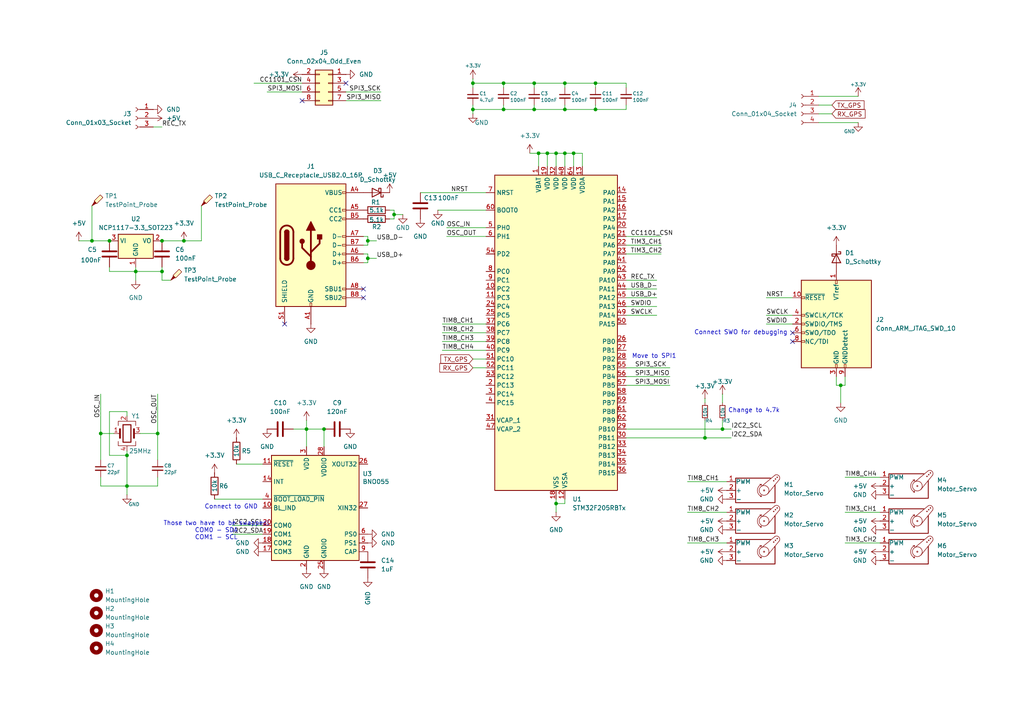
<source format=kicad_sch>
(kicad_sch (version 20250114) (generator "eeschema") (generator_version "9.0")
  (paper "A4")
  (text "Those two have to be swapped!\nCOM0 - SDA\nCOM1 - SCL" (at 62.738 153.924 0) (effects (font (size 1.27 1.27))))
  (text "Change to 4.7k" (at 218.694 119.126 0) (effects (font (size 1.27 1.27))))
  (text "Connect to GND" (at 67.056 147.066 0) (effects (font (size 1.27 1.27))))
  (text "Connect SWO for debugging" (at 214.884 96.52 0) (effects (font (size 1.27 1.27))))
  (text "Move to SPI1" (at 189.738 103.378 0) (effects (font (size 1.27 1.27))))
  (junction (at 53.34 69.85))
  (junction (at 137.16 24.13))
  (junction (at 156.21 44.45))
  (junction (at 161.29 146.05))
  (junction (at 243.84 111.76))
  (junction (at 161.29 44.45))
  (junction (at 46.99 78.74))
  (junction (at 172.72 31.75))
  (junction (at 172.72 24.13))
  (junction (at 36.83 140.97))
  (junction (at 163.83 31.75))
  (junction (at 93.98 124.46))
  (junction (at 114.3 62.23))
  (junction (at 166.37 44.45))
  (junction (at 106.68 69.85))
  (junction (at 163.83 24.13))
  (junction (at 146.05 24.13))
  (junction (at 39.37 78.74))
  (junction (at 154.94 24.13))
  (junction (at 29.21 125.73))
  (junction (at 158.75 44.45))
  (junction (at 46.99 69.85))
  (junction (at 45.72 125.73))
  (junction (at 163.83 44.45))
  (junction (at 204.47 127))
  (junction (at 26.67 69.85))
  (junction (at 137.16 31.75))
  (junction (at 106.68 74.93))
  (junction (at 31.75 69.85))
  (junction (at 154.94 31.75))
  (junction (at 88.9 124.46))
  (junction (at 146.05 31.75))
  (junction (at 209.55 124.46))
  (junction (at 36.83 132.08))
  (no_connect (at 87.63 29.21))
  (no_connect (at 82.55 93.98))
  (no_connect (at 100.33 24.13))
  (no_connect (at 229.87 99.06))
  (no_connect (at 105.41 83.82))
  (no_connect (at 105.41 86.36))
  (no_connect (at 229.87 96.52))
  (wire (pts (xy 67.31 152.4) (xy 76.2 152.4)))
  (wire (pts (xy 88.9 121.92) (xy 88.9 124.46)))
  (wire (pts (xy 204.47 116.84) (xy 204.47 115.57)))
  (wire (pts (xy 106.68 69.85) (xy 109.22 69.85)))
  (wire (pts (xy 129.54 68.58) (xy 140.97 68.58)))
  (wire (pts (xy 110.49 29.21) (xy 100.33 29.21)))
  (wire (pts (xy 45.72 125.73) (xy 40.64 125.73)))
  (wire (pts (xy 181.61 88.9) (xy 190.5 88.9)))
  (wire (pts (xy 242.57 111.76) (xy 242.57 109.22)))
  (wire (pts (xy 113.03 60.96) (xy 114.3 60.96)))
  (wire (pts (xy 105.41 68.58) (xy 106.68 68.58)))
  (wire (pts (xy 163.83 25.4) (xy 163.83 24.13)))
  (wire (pts (xy 199.39 139.7) (xy 210.82 139.7)))
  (wire (pts (xy 114.3 62.23) (xy 116.84 62.23)))
  (wire (pts (xy 172.72 24.13) (xy 163.83 24.13)))
  (wire (pts (xy 129.54 66.04) (xy 140.97 66.04)))
  (wire (pts (xy 106.68 68.58) (xy 106.68 69.85)))
  (wire (pts (xy 128.27 93.98) (xy 140.97 93.98)))
  (wire (pts (xy 113.03 63.5) (xy 114.3 63.5)))
  (wire (pts (xy 31.75 119.38) (xy 31.75 132.08)))
  (wire (pts (xy 172.72 25.4) (xy 172.72 24.13)))
  (wire (pts (xy 158.75 44.45) (xy 156.21 44.45)))
  (wire (pts (xy 36.83 132.08) (xy 36.83 140.97)))
  (wire (pts (xy 29.21 125.73) (xy 29.21 133.35)))
  (wire (pts (xy 245.11 148.59) (xy 255.27 148.59)))
  (wire (pts (xy 67.31 154.94) (xy 76.2 154.94)))
  (wire (pts (xy 245.11 109.22) (xy 245.11 111.76)))
  (wire (pts (xy 222.25 91.44) (xy 229.87 91.44)))
  (wire (pts (xy 181.61 83.82) (xy 190.5 83.82)))
  (wire (pts (xy 212.09 127) (xy 204.47 127)))
  (wire (pts (xy 128.27 96.52) (xy 140.97 96.52)))
  (wire (pts (xy 161.29 146.05) (xy 161.29 148.59)))
  (wire (pts (xy 161.29 144.78) (xy 161.29 146.05)))
  (wire (pts (xy 161.29 44.45) (xy 158.75 44.45)))
  (wire (pts (xy 245.11 111.76) (xy 243.84 111.76)))
  (wire (pts (xy 137.16 30.48) (xy 137.16 31.75)))
  (wire (pts (xy 212.09 124.46) (xy 209.55 124.46)))
  (wire (pts (xy 181.61 68.58) (xy 191.77 68.58)))
  (wire (pts (xy 85.09 124.46) (xy 88.9 124.46)))
  (wire (pts (xy 137.16 104.14) (xy 140.97 104.14)))
  (wire (pts (xy 245.11 157.48) (xy 255.27 157.48)))
  (wire (pts (xy 163.83 44.45) (xy 161.29 44.45)))
  (wire (pts (xy 172.72 30.48) (xy 172.72 31.75)))
  (wire (pts (xy 29.21 125.73) (xy 33.02 125.73)))
  (wire (pts (xy 181.61 106.68) (xy 194.31 106.68)))
  (wire (pts (xy 154.94 31.75) (xy 146.05 31.75)))
  (wire (pts (xy 181.61 91.44) (xy 190.5 91.44)))
  (wire (pts (xy 106.68 74.93) (xy 109.22 74.93)))
  (wire (pts (xy 163.83 30.48) (xy 163.83 31.75)))
  (wire (pts (xy 243.84 111.76) (xy 242.57 111.76)))
  (wire (pts (xy 181.61 86.36) (xy 190.5 86.36)))
  (wire (pts (xy 163.83 146.05) (xy 161.29 146.05)))
  (wire (pts (xy 168.91 44.45) (xy 166.37 44.45)))
  (wire (pts (xy 68.58 134.62) (xy 76.2 134.62)))
  (wire (pts (xy 222.25 93.98) (xy 229.87 93.98)))
  (wire (pts (xy 46.99 81.28) (xy 49.53 81.28)))
  (wire (pts (xy 127 60.96) (xy 140.97 60.96)))
  (wire (pts (xy 146.05 31.75) (xy 137.16 31.75)))
  (wire (pts (xy 237.49 33.02) (xy 241.3 33.02)))
  (wire (pts (xy 62.23 144.78) (xy 76.2 144.78)))
  (wire (pts (xy 45.72 140.97) (xy 45.72 138.43)))
  (wire (pts (xy 58.42 69.85) (xy 53.34 69.85)))
  (wire (pts (xy 110.49 26.67) (xy 100.33 26.67)))
  (wire (pts (xy 39.37 78.74) (xy 46.99 78.74)))
  (wire (pts (xy 58.42 59.69) (xy 58.42 69.85)))
  (wire (pts (xy 181.61 124.46) (xy 209.55 124.46)))
  (wire (pts (xy 161.29 44.45) (xy 161.29 48.26)))
  (wire (pts (xy 87.63 26.67) (xy 77.47 26.67)))
  (wire (pts (xy 106.68 74.93) (xy 106.68 76.2)))
  (wire (pts (xy 26.67 69.85) (xy 31.75 69.85)))
  (wire (pts (xy 181.61 111.76) (xy 194.31 111.76)))
  (wire (pts (xy 31.75 77.47) (xy 31.75 78.74)))
  (wire (pts (xy 26.67 59.69) (xy 26.67 69.85)))
  (wire (pts (xy 88.9 124.46) (xy 88.9 129.54)))
  (wire (pts (xy 163.83 144.78) (xy 163.83 146.05)))
  (wire (pts (xy 87.63 24.13) (xy 73.66 24.13)))
  (wire (pts (xy 154.94 30.48) (xy 154.94 31.75)))
  (wire (pts (xy 31.75 132.08) (xy 36.83 132.08)))
  (wire (pts (xy 106.68 73.66) (xy 106.68 74.93)))
  (wire (pts (xy 163.83 24.13) (xy 154.94 24.13)))
  (wire (pts (xy 93.98 129.54) (xy 93.98 124.46)))
  (wire (pts (xy 36.83 140.97) (xy 45.72 140.97)))
  (wire (pts (xy 245.11 138.43) (xy 255.27 138.43)))
  (wire (pts (xy 181.61 31.75) (xy 172.72 31.75)))
  (wire (pts (xy 45.72 125.73) (xy 45.72 133.35)))
  (wire (pts (xy 114.3 60.96) (xy 114.3 62.23)))
  (wire (pts (xy 237.49 35.56) (xy 248.92 35.56)))
  (wire (pts (xy 166.37 44.45) (xy 166.37 48.26)))
  (wire (pts (xy 36.83 132.08) (xy 36.83 130.81)))
  (wire (pts (xy 172.72 31.75) (xy 163.83 31.75)))
  (wire (pts (xy 181.61 127) (xy 204.47 127)))
  (wire (pts (xy 237.49 30.48) (xy 241.3 30.48)))
  (wire (pts (xy 114.3 62.23) (xy 114.3 63.5)))
  (wire (pts (xy 137.16 106.68) (xy 140.97 106.68)))
  (wire (pts (xy 105.41 76.2) (xy 106.68 76.2)))
  (wire (pts (xy 31.75 78.74) (xy 39.37 78.74)))
  (wire (pts (xy 105.41 73.66) (xy 106.68 73.66)))
  (wire (pts (xy 146.05 25.4) (xy 146.05 24.13)))
  (wire (pts (xy 39.37 78.74) (xy 39.37 81.28)))
  (wire (pts (xy 181.61 73.66) (xy 191.77 73.66)))
  (wire (pts (xy 154.94 24.13) (xy 146.05 24.13)))
  (wire (pts (xy 181.61 81.28) (xy 190.5 81.28)))
  (wire (pts (xy 181.61 24.13) (xy 172.72 24.13)))
  (wire (pts (xy 137.16 24.13) (xy 137.16 25.4)))
  (wire (pts (xy 128.27 101.6) (xy 140.97 101.6)))
  (wire (pts (xy 156.21 44.45) (xy 156.21 48.26)))
  (wire (pts (xy 137.16 31.75) (xy 137.16 33.02)))
  (wire (pts (xy 181.61 71.12) (xy 191.77 71.12)))
  (wire (pts (xy 209.55 116.84) (xy 209.55 114.3)))
  (wire (pts (xy 154.94 25.4) (xy 154.94 24.13)))
  (wire (pts (xy 29.21 140.97) (xy 36.83 140.97)))
  (wire (pts (xy 166.37 44.45) (xy 163.83 44.45)))
  (wire (pts (xy 146.05 30.48) (xy 146.05 31.75)))
  (wire (pts (xy 44.45 36.83) (xy 46.99 36.83)))
  (wire (pts (xy 181.61 30.48) (xy 181.61 31.75)))
  (wire (pts (xy 243.84 111.76) (xy 243.84 116.84)))
  (wire (pts (xy 45.72 114.3) (xy 45.72 125.73)))
  (wire (pts (xy 153.67 44.45) (xy 156.21 44.45)))
  (wire (pts (xy 222.25 86.36) (xy 229.87 86.36)))
  (wire (pts (xy 137.16 22.86) (xy 137.16 24.13)))
  (wire (pts (xy 199.39 157.48) (xy 210.82 157.48)))
  (wire (pts (xy 158.75 44.45) (xy 158.75 48.26)))
  (wire (pts (xy 29.21 138.43) (xy 29.21 140.97)))
  (wire (pts (xy 46.99 69.85) (xy 53.34 69.85)))
  (wire (pts (xy 46.99 78.74) (xy 46.99 77.47)))
  (wire (pts (xy 121.92 55.88) (xy 140.97 55.88)))
  (wire (pts (xy 146.05 24.13) (xy 137.16 24.13)))
  (wire (pts (xy 46.99 78.74) (xy 46.99 81.28)))
  (wire (pts (xy 36.83 140.97) (xy 36.83 143.51)))
  (wire (pts (xy 181.61 109.22) (xy 194.31 109.22)))
  (wire (pts (xy 29.21 114.3) (xy 29.21 125.73)))
  (wire (pts (xy 204.47 121.92) (xy 204.47 127)))
  (wire (pts (xy 106.68 69.85) (xy 106.68 71.12)))
  (wire (pts (xy 36.83 119.38) (xy 31.75 119.38)))
  (wire (pts (xy 93.98 124.46) (xy 88.9 124.46)))
  (wire (pts (xy 39.37 78.74) (xy 39.37 77.47)))
  (wire (pts (xy 168.91 44.45) (xy 168.91 48.26)))
  (wire (pts (xy 209.55 121.92) (xy 209.55 124.46)))
  (wire (pts (xy 163.83 44.45) (xy 163.83 48.26)))
  (wire (pts (xy 128.27 99.06) (xy 140.97 99.06)))
  (wire (pts (xy 36.83 120.65) (xy 36.83 119.38)))
  (wire (pts (xy 181.61 25.4) (xy 181.61 24.13)))
  (wire (pts (xy 163.83 31.75) (xy 154.94 31.75)))
  (wire (pts (xy 106.68 71.12) (xy 105.41 71.12)))
  (wire (pts (xy 199.39 148.59) (xy 210.82 148.59)))
  (wire (pts (xy 237.49 27.94) (xy 248.92 27.94)))
  (wire (pts (xy 22.86 69.85) (xy 26.67 69.85)))
  (label "TIM8_CH4" (at 245.11 138.43 0))
  (label "CC1101_CSN" (at 87.63 24.13 180))
  (label "SWCLK" (at 222.25 91.44 0))
  (label "SPI3_MISO" (at 184.15 109.22 0))
  (label "OSC_IN" (at 29.21 114.3 270))
  (label "REC_TX" (at 182.88 81.28 0))
  (label "OSC_IN" (at 129.54 66.04 0))
  (label "TIM3_CH2" (at 182.88 73.66 0))
  (label "OSC_OUT" (at 129.54 68.58 0))
  (label "USB_D-" (at 182.88 83.82 0))
  (label "USB_D+" (at 182.88 86.36 0))
  (label "I2C2_SCL" (at 212.09 124.46 0))
  (label "USB_D-" (at 109.22 69.85 0))
  (label "SPI3_MOSI" (at 184.15 111.76 0))
  (label "I2C2_SCL" (at 67.31 152.4 0))
  (label "SWDIO" (at 222.25 93.98 0))
  (label "SPI3_MOSI" (at 87.63 26.67 180))
  (label "I2C2_SDA" (at 67.31 154.94 0))
  (label "TIM3_CH2" (at 245.11 157.48 0))
  (label "TIM8_CH1" (at 199.39 139.7 0))
  (label "SPI3_SCK" (at 110.49 26.67 180))
  (label "TIM3_CH1" (at 182.88 71.12 0))
  (label "SWCLK" (at 182.88 91.44 0))
  (label "SPI3_MISO" (at 110.49 29.21 180))
  (label "REC_TX" (at 46.99 36.83 0))
  (label "TIM8_CH3" (at 128.27 99.06 0))
  (label "TIM8_CH1" (at 128.27 93.98 0))
  (label "NRST" (at 130.81 55.88 0))
  (label "TIM8_CH4" (at 128.27 101.6 0))
  (label "TIM8_CH3" (at 199.39 157.48 0))
  (label "USB_D+" (at 109.22 74.93 0))
  (label "CC1101_CSN" (at 182.88 68.58 0))
  (label "TIM8_CH2" (at 199.39 148.59 0))
  (label "SPI3_SCK" (at 184.15 106.68 0))
  (label "NRST" (at 222.25 86.36 0))
  (label "TIM8_CH2" (at 128.27 96.52 0))
  (label "SWDIO" (at 182.88 88.9 0))
  (label "TIM3_CH1" (at 245.11 148.59 0))
  (label "I2C2_SDA" (at 212.09 127 0))
  (label "OSC_OUT" (at 45.72 114.3 270))
  (global_label "RX_GPS" (shape input) (at 137.16 106.68 180) (property "Intersheetrefs" "${INTERSHEET_REFS}" (effects (hide yes))))
  (global_label "RX_GPS" (shape input) (at 241.3 33.02 0) (property "Intersheetrefs" "${INTERSHEET_REFS}" (effects (hide yes))))
  (global_label "TX_GPS" (shape input) (at 241.3 30.48 0) (property "Intersheetrefs" "${INTERSHEET_REFS}" (effects (hide yes))))
  (global_label "TX_GPS" (shape input) (at 137.16 104.14 180) (property "Intersheetrefs" "${INTERSHEET_REFS}" (effects (hide yes))))
  (symbol (lib_id "Device:R_Small") (at 209.55 119.38 0) (unit 1)
    (property "Reference" "R3" (at 209.6454 122.0445 0) (effects (font (size 1 1)) (justify left)))
    (property "Value" "10k" (at 209.626 120.9557 90) (effects (font (size 1 1)) (justify left)))
    (property "Footprint" "Resistor_SMD:R_0805_2012Metric_Pad1.20x1.40mm_HandSolder" (effects (hide yes)))
  )
  (symbol (lib_id "power:GND") (at 100.33 21.59 90) (unit 1)
    (property "Reference" "#PWR042" (effects (hide yes)))
    (property "Value" "GND" (at 104.14 21.5899 90) (effects (justify right)))
    (property "Description" "Power symbol creates a global label with name \"GND\" , ground" (effects (hide yes)))
  )
  (symbol (lib_id "Device:C_Small") (at 137.16 27.94 0) (unit 1)
    (property "Reference" "C1" (at 139.0333 27.1237 0) (effects (font (size 1 1)) (justify left)))
    (property "Value" "4.7uF" (at 139.0333 29.0287 0) (effects (font (size 1 1)) (justify left)))
    (property "Footprint" "Capacitor_SMD:C_0805_2012Metric_Pad1.18x1.45mm_HandSolder" (effects (hide yes)))
  )
  (symbol (lib_id "Device:C_Small") (at 181.61 27.94 0) (unit 1)
    (property "Reference" "C12" (at 183.4833 27.1237 0) (effects (font (size 1 1)) (justify left)))
    (property "Value" "100nF" (at 183.4833 29.0287 0) (effects (font (size 1 1)) (justify left)))
    (property "Footprint" "Capacitor_SMD:C_0805_2012Metric_Pad1.18x1.45mm_HandSolder" (effects (hide yes)))
  )
  (symbol (lib_id "power:GND") (at 255.27 162.56 270) (mirror x) (unit 1)
    (property "Reference" "#PWR018" (effects (hide yes)))
    (property "Value" "GND" (at 251.46 162.5599 90) (effects (justify right)))
    (property "Description" "Power symbol creates a global label with name \"GND\" , ground" (effects (hide yes)))
  )
  (symbol (lib_id "Device:R") (at 109.22 60.96 270) (unit 1)
    (property "Reference" "R1" (at 108.966 58.674 90))
    (property "Value" "5.1k" (at 109.22 60.96 90))
    (property "Footprint" "Resistor_SMD:R_0805_2012Metric_Pad1.20x1.40mm_HandSolder" (effects (hide yes)))
    (property "Description" "Resistor" (effects (hide yes)))
  )
  (symbol (lib_id "Connector:Conn_01x04_Socket") (at 232.41 30.48 0) (mirror y) (unit 1)
    (property "Reference" "J4" (at 231.14 30.4799 0) (effects (justify left)))
    (property "Value" "Conn_01x04_Socket" (at 231.14 33.0199 0) (effects (justify left)))
    (property "Footprint" "Connector_PinSocket_2.54mm:PinSocket_1x04_P2.54mm_Vertical" (effects (hide yes)))
    (property "Description" "Generic connector, single row, 01x04, script generated" (effects (hide yes)))
  )
  (symbol (lib_id "power:GND") (at 106.68 167.64 0) (mirror y) (unit 1)
    (property "Reference" "#PWR046" (effects (hide yes)))
    (property "Value" "GND" (at 106.6801 171.45 90) (effects (justify right)))
    (property "Description" "Power symbol creates a global label with name \"GND\" , ground" (effects (hide yes)))
  )
  (symbol (lib_id "Device:C") (at 121.92 59.69 0) (unit 1)
    (property "Reference" "C13" (at 122.936 57.404 0) (effects (justify left)))
    (property "Value" "100nF" (at 127 57.404 0) (effects (justify left)))
    (property "Footprint" "Capacitor_SMD:C_0805_2012Metric_Pad1.18x1.45mm_HandSolder" (effects (hide yes)))
    (property "Description" "Unpolarized capacitor" (effects (hide yes)))
  )
  (symbol (lib_id "Device:R_Small") (at 204.47 119.38 0) (unit 1)
    (property "Reference" "R4" (at 204.5654 122.0445 0) (effects (font (size 1 1)) (justify left)))
    (property "Value" "10k" (at 204.546 120.9557 90) (effects (font (size 1 1)) (justify left)))
    (property "Footprint" "Resistor_SMD:R_0805_2012Metric_Pad1.20x1.40mm_HandSolder" (effects (hide yes)))
  )
  (symbol (lib_id "power:+5V") (at 22.86 69.85 0) (unit 1)
    (property "Reference" "#PWR024" (effects (hide yes)))
    (property "Value" "+5V" (at 22.86 64.77 0))
    (property "Description" "Power symbol creates a global label with name \"+5V\"" (effects (hide yes)))
  )
  (symbol (lib_id "Mechanical:MountingHole") (at 27.94 177.8 0) (unit 1) (exclude_from_sim yes) (in_bom no)
    (property "Reference" "H2" (at 30.48 176.5299 0) (effects (justify left)))
    (property "Value" "MountingHole" (at 30.48 179.0699 0) (effects (justify left)))
    (property "Footprint" "MountingHole:MountingHole_3.2mm_M3" (effects (hide yes)))
    (property "Description" "Mounting Hole without connection" (effects (hide yes)))
  )
  (symbol (lib_id "Connector:USB_C_Receptacle_USB2.0_16P") (at 90.17 71.12 0) (unit 1)
    (property "Reference" "J1" (at 90.17 48.26 0))
    (property "Value" "USB_C_Receptacle_USB2.0_16P" (at 90.17 50.8 0))
    (property "Footprint" "Connector_USB:USB_C_Receptacle_GCT_USB4085" (effects (hide yes)))
    (property "Datasheet" "https://www.usb.org/sites/default/files/documents/usb_type-c.zip" (effects (hide yes)))
    (property "Description" "USB 2.0-only 16P Type-C Receptacle connector" (effects (hide yes)))
  )
  (symbol (lib_id "Device:C") (at 81.28 124.46 90) (unit 1)
    (property "Reference" "C10" (at 81.28 116.84 90))
    (property "Value" "100nF" (at 81.28 119.38 90))
    (property "Footprint" "Capacitor_SMD:C_0805_2012Metric_Pad1.18x1.45mm_HandSolder" (effects (hide yes)))
    (property "Description" "Unpolarized capacitor" (effects (hide yes)))
  )
  (symbol (lib_id "power:GND") (at 44.45 31.75 90) (unit 1)
    (property "Reference" "#PWR028" (effects (hide yes)))
    (property "Value" "GND" (at 48.26 31.7499 90) (effects (justify right)))
    (property "Description" "Power symbol creates a global label with name \"GND\" , ground" (effects (hide yes)))
  )
  (symbol (lib_id "power:GND") (at 39.37 81.28 0) (unit 1)
    (property "Reference" "#PWR05" (effects (hide yes)))
    (property "Value" "GND" (at 39.37 86.36 0))
    (property "Description" "Power symbol creates a global label with name \"GND\" , ground" (effects (hide yes)))
  )
  (symbol (lib_id "Device:C") (at 46.99 73.66 0) (unit 1)
    (property "Reference" "C6" (at 50.8 72.3899 0) (effects (justify left)))
    (property "Value" "100nF" (at 50.8 74.9299 0) (effects (justify left)))
    (property "Footprint" "Capacitor_SMD:C_0805_2012Metric_Pad1.18x1.45mm_HandSolder" (effects (hide yes)))
    (property "Description" "Unpolarized capacitor" (effects (hide yes)))
  )
  (symbol (lib_id "power:GND") (at 93.98 165.1 0) (unit 1)
    (property "Reference" "#PWR031" (effects (hide yes)))
    (property "Value" "GND" (at 93.98 170.18 0))
    (property "Description" "Power symbol creates a global label with name \"GND\" , ground" (effects (hide yes)))
  )
  (symbol (lib_id "Device:D_Schottky") (at 109.22 55.88 180) (unit 1)
    (property "Reference" "D3" (at 109.5375 49.53 0))
    (property "Value" "D_Schottky" (at 109.5375 52.07 0))
    (property "Footprint" "Diode_SMD:D_SOD-323_HandSoldering" (effects (hide yes)))
    (property "Description" "Schottky diode" (effects (hide yes)))
  )
  (symbol (lib_id "Motor:Motor_Servo") (at 262.89 160.02 0) (unit 1)
    (property "Reference" "M6" (at 271.78 158.3165 0) (effects (justify left)))
    (property "Value" "Motor_Servo" (at 271.78 160.8565 0) (effects (justify left)))
    (property "Footprint" "Connector_PinHeader_2.54mm:PinHeader_1x03_P2.54mm_Vertical" (effects (hide yes)))
    (property "Datasheet" "http://forums.parallax.com/uploads/attachments/46831/74481.png" (effects (hide yes)))
    (property "Description" "Servo Motor (Futaba, HiTec, JR connector)" (effects (hide yes)))
  )
  (symbol (lib_id "power:GND") (at 76.2 160.02 270) (unit 1)
    (property "Reference" "#PWR035" (effects (hide yes)))
    (property "Value" "GND" (at 72.39 160.0199 90) (effects (justify right)))
    (property "Description" "Power symbol creates a global label with name \"GND\" , ground" (effects (hide yes)))
  )
  (symbol (lib_id "MCU_ST_STM32F2:STM32F205RBTx") (at 161.29 96.52 0) (unit 1)
    (property "Reference" "U1" (at 166.0241 144.78 0) (effects (justify left)))
    (property "Value" "STM32F205RBTx" (at 166.0241 147.32 0) (effects (justify left)))
    (property "Footprint" "Package_QFP:LQFP-64_10x10mm_P0.5mm" (effects (hide yes)))
    (property "Datasheet" "https://www.st.com/resource/en/datasheet/stm32f205rb.pdf" (effects (hide yes)))
    (property "Description" "STMicroelectronics Arm Cortex-M3 MCU, 128KB flash, 64KB RAM, 120 MHz, 1.8-3.6V, 51 GPIO, LQFP64" (effects (hide yes)))
  )
  (symbol (lib_id "Sensor_Motion:BNO055") (at 91.44 147.32 0) (unit 1)
    (property "Reference" "U3" (at 105.156 137.414 0) (effects (justify left)))
    (property "Value" "BNO055" (at 105.156 139.7 0) (effects (justify left)))
    (property "Footprint" "Package_LGA:LGA-28_5.2x3.8mm_P0.5mm" (effects (hide yes)))
    (property "Datasheet" "https://www.bosch-sensortec.com/media/boschsensortec/downloads/datasheets/bst-bno055-ds000.pdf" (effects (hide yes)))
    (property "Description" "Intelligent 9-axis absolute orientation sensor, LGA-28" (effects (hide yes)))
  )
  (symbol (lib_id "Connector:TestPoint_Probe") (at 49.53 81.28 0) (unit 1)
    (property "Reference" "TP3" (at 53.34 78.4224 0) (effects (justify left)))
    (property "Value" "TestPoint_Probe" (at 53.34 80.9624 0) (effects (justify left)))
    (property "Footprint" "TestPoint:TestPoint_THTPad_1.0x1.0mm_Drill0.5mm" (effects (hide yes)))
    (property "Description" "test point (alternative probe-style design)" (effects (hide yes)))
  )
  (symbol (lib_id "Mechanical:MountingHole") (at 27.94 187.96 0) (unit 1) (exclude_from_sim yes) (in_bom no)
    (property "Reference" "H4" (at 30.48 186.6899 0) (effects (justify left)))
    (property "Value" "MountingHole" (at 30.48 189.2299 0) (effects (justify left)))
    (property "Footprint" "MountingHole:MountingHole_3.2mm_M3" (effects (hide yes)))
    (property "Description" "Mounting Hole without connection" (effects (hide yes)))
  )
  (symbol (lib_id "power:GND") (at 101.6 124.46 0) (unit 1)
    (property "Reference" "#PWR032" (effects (hide yes)))
    (property "Value" "GND" (at 101.6 129.54 0))
    (property "Description" "Power symbol creates a global label with name \"GND\" , ground" (effects (hide yes)))
  )
  (symbol (lib_id "Motor:Motor_Servo") (at 262.89 140.97 0) (unit 1)
    (property "Reference" "M4" (at 271.78 139.2665 0) (effects (justify left)))
    (property "Value" "Motor_Servo" (at 271.78 141.8065 0) (effects (justify left)))
    (property "Footprint" "Connector_PinHeader_2.54mm:PinHeader_1x03_P2.54mm_Vertical" (effects (hide yes)))
    (property "Datasheet" "http://forums.parallax.com/uploads/attachments/46831/74481.png" (effects (hide yes)))
    (property "Description" "Servo Motor (Futaba, HiTec, JR connector)" (effects (hide yes)))
  )
  (symbol (lib_id "power:GND") (at 121.92 63.5 0) (unit 1)
    (property "Reference" "#PWR045" (effects (hide yes)))
    (property "Value" "GND" (at 121.92 68.58 0))
    (property "Description" "Power symbol creates a global label with name \"GND\" , ground" (effects (hide yes)))
  )
  (symbol (lib_id "Device:C_Small") (at 45.72 135.89 0) (unit 1)
    (property "Reference" "C8" (at 47.5933 135.0737 0) (effects (font (size 1 1)) (justify left)))
    (property "Value" "22pF" (at 47.5933 136.9787 0) (effects (font (size 1 1)) (justify left)))
    (property "Footprint" "Capacitor_SMD:C_0805_2012Metric_Pad1.18x1.45mm_HandSolder" (effects (hide yes)))
  )
  (symbol (lib_id "Device:C_Small") (at 172.72 27.94 0) (unit 1)
    (property "Reference" "C11" (at 174.5933 27.1237 0) (effects (font (size 1 1)) (justify left)))
    (property "Value" "100nF" (at 174.5933 29.0287 0) (effects (font (size 1 1)) (justify left)))
    (property "Footprint" "Capacitor_SMD:C_0805_2012Metric_Pad1.18x1.45mm_HandSolder" (effects (hide yes)))
  )
  (symbol (lib_id "Device:C_Small") (at 146.05 27.94 0) (unit 1)
    (property "Reference" "C2" (at 147.9233 27.1237 0) (effects (font (size 1 1)) (justify left)))
    (property "Value" "100nF" (at 147.9233 29.0287 0) (effects (font (size 1 1)) (justify left)))
    (property "Footprint" "Capacitor_SMD:C_0805_2012Metric_Pad1.18x1.45mm_HandSolder" (effects (hide yes)))
  )
  (symbol (lib_id "power:GND") (at 127 60.96 0) (unit 1)
    (property "Reference" "#PWR012" (effects (hide yes)))
    (property "Value" "GND" (at 127 64.77 0))
    (property "Description" "Power symbol creates a global label with name \"GND\" , ground" (effects (hide yes)))
  )
  (symbol (lib_id "power:GND") (at 36.83 143.51 0) (unit 1)
    (property "Reference" "#PWR010" (effects (hide yes)))
    (property "Value" "GND" (at 38.8754 146.2702 0) (effects (font (size 1 1))))
  )
  (symbol (lib_id "Device:R") (at 68.58 130.81 0) (unit 1)
    (property "Reference" "R5" (at 70.104 130.81 0) (effects (justify left)))
    (property "Value" "10k" (at 68.58 132.588 90) (effects (justify left)))
    (property "Footprint" "Resistor_SMD:R_0805_2012Metric_Pad1.20x1.40mm_HandSolder" (effects (hide yes)))
    (property "Description" "Resistor" (effects (hide yes)))
  )
  (symbol (lib_id "power:GND") (at 77.47 124.46 0) (unit 1)
    (property "Reference" "#PWR033" (effects (hide yes)))
    (property "Value" "GND" (at 77.47 129.54 0))
    (property "Description" "Power symbol creates a global label with name \"GND\" , ground" (effects (hide yes)))
  )
  (symbol (lib_id "Connector:TestPoint_Probe") (at 26.67 59.69 0) (unit 1)
    (property "Reference" "TP1" (at 30.48 56.8324 0) (effects (justify left)))
    (property "Value" "TestPoint_Probe" (at 30.48 59.3724 0) (effects (justify left)))
    (property "Footprint" "TestPoint:TestPoint_THTPad_1.0x1.0mm_Drill0.5mm" (effects (hide yes)))
    (property "Description" "test point (alternative probe-style design)" (effects (hide yes)))
  )
  (symbol (lib_id "power:GND") (at 243.84 116.84 0) (mirror y) (unit 1)
    (property "Reference" "#PWR07" (effects (hide yes)))
    (property "Value" "GND" (at 243.84 121.92 0))
    (property "Description" "Power symbol creates a global label with name \"GND\" , ground" (effects (hide yes)))
  )
  (symbol (lib_id "power:+3.3V") (at 209.55 114.3 0) (unit 1)
    (property "Reference" "#PWR025" (effects (hide yes)))
    (property "Value" "+3.3V" (at 209.4909 110.6965 0))
  )
  (symbol (lib_id "power:+3.3V") (at 53.34 69.85 0) (unit 1)
    (property "Reference" "#PWR06" (effects (hide yes)))
    (property "Value" "+3.3V" (at 53.34 64.77 0))
    (property "Description" "Power symbol creates a global label with name \"+3.3V\"" (effects (hide yes)))
  )
  (symbol (lib_id "Device:C_Small") (at 154.94 27.94 0) (unit 1)
    (property "Reference" "C3" (at 156.8133 27.1237 0) (effects (font (size 1 1)) (justify left)))
    (property "Value" "100nF" (at 156.8133 29.0287 0) (effects (font (size 1 1)) (justify left)))
    (property "Footprint" "Capacitor_SMD:C_0805_2012Metric_Pad1.18x1.45mm_HandSolder" (effects (hide yes)))
  )
  (symbol (lib_id "Motor:Motor_Servo") (at 218.44 151.13 0) (unit 1)
    (property "Reference" "M2" (at 227.33 149.4265 0) (effects (justify left)))
    (property "Value" "Motor_Servo" (at 227.33 151.9665 0) (effects (justify left)))
    (property "Footprint" "Connector_PinHeader_2.54mm:PinHeader_1x03_P2.54mm_Vertical" (effects (hide yes)))
    (property "Datasheet" "http://forums.parallax.com/uploads/attachments/46831/74481.png" (effects (hide yes)))
    (property "Description" "Servo Motor (Futaba, HiTec, JR connector)" (effects (hide yes)))
  )
  (symbol (lib_id "Connector_Generic:Conn_02x04_Odd_Even") (at 95.25 24.13 0) (mirror y) (unit 1)
    (property "Reference" "J5" (at 93.98 15.24 0))
    (property "Value" "Conn_02x04_Odd_Even" (at 93.98 17.78 0))
    (property "Footprint" "Connector_PinSocket_2.54mm:PinSocket_2x04_P2.54mm_Vertical" (effects (hide yes)))
    (property "Description" "Generic connector, double row, 02x04, odd/even pin numbering scheme (row 1 odd numbers, row 2 even numbers), script generated (kicad-library-utils/schlib/autogen/connector/)" (effects (hide yes)))
  )
  (symbol (lib_id "power:GND") (at 255.27 153.67 270) (mirror x) (unit 1)
    (property "Reference" "#PWR019" (effects (hide yes)))
    (property "Value" "GND" (at 251.46 153.6699 90) (effects (justify right)))
    (property "Description" "Power symbol creates a global label with name \"GND\" , ground" (effects (hide yes)))
  )
  (symbol (lib_id "power:+5V") (at 255.27 151.13 90) (unit 1)
    (property "Reference" "#PWR016" (effects (hide yes)))
    (property "Value" "+5V" (at 251.46 151.1299 90) (effects (justify left)))
    (property "Description" "Power symbol creates a global label with name \"+5V\"" (effects (hide yes)))
  )
  (symbol (lib_id "Regulator_Linear:NCP1117-3.3_SOT223") (at 39.37 69.85 0) (unit 1)
    (property "Reference" "U2" (at 39.37 63.5 0))
    (property "Value" "NCP1117-3.3_SOT223" (at 39.37 66.04 0))
    (property "Footprint" "Package_TO_SOT_SMD:SOT-223-3_TabPin2" (effects (hide yes)))
    (property "Datasheet" "http://www.onsemi.com/pub_link/Collateral/NCP1117-D.PDF" (effects (hide yes)))
    (property "Description" "1A Low drop-out regulator, Fixed Output 3.3V, SOT-223" (effects (hide yes)))
  )
  (symbol (lib_id "power:+5V") (at 44.45 34.29 270) (unit 1)
    (property "Reference" "#PWR027" (effects (hide yes)))
    (property "Value" "+5V" (at 48.26 34.2899 90) (effects (justify left)))
    (property "Description" "Power symbol creates a global label with name \"+5V\"" (effects (hide yes)))
  )
  (symbol (lib_id "power:+3.3V") (at 68.58 127 0) (unit 1)
    (property "Reference" "#PWR037" (effects (hide yes)))
    (property "Value" "+3.3V" (at 68.58 121.92 0))
    (property "Description" "Power symbol creates a global label with name \"+3.3V\"" (effects (hide yes)))
  )
  (symbol (lib_id "Motor:Motor_Servo") (at 218.44 142.24 0) (unit 1)
    (property "Reference" "M1" (at 227.33 140.5365 0) (effects (justify left)))
    (property "Value" "Motor_Servo" (at 227.33 143.0765 0) (effects (justify left)))
    (property "Footprint" "Connector_PinHeader_2.54mm:PinHeader_1x03_P2.54mm_Vertical" (effects (hide yes)))
    (property "Datasheet" "http://forums.parallax.com/uploads/attachments/46831/74481.png" (effects (hide yes)))
    (property "Description" "Servo Motor (Futaba, HiTec, JR connector)" (effects (hide yes)))
  )
  (symbol (lib_id "power:+5V") (at 210.82 142.24 90) (unit 1)
    (property "Reference" "#PWR011" (effects (hide yes)))
    (property "Value" "+5V" (at 207.01 142.2399 90) (effects (justify left)))
    (property "Description" "Power symbol creates a global label with name \"+5V\"" (effects (hide yes)))
  )
  (symbol (lib_id "Device:R") (at 109.22 63.5 270) (unit 1)
    (property "Reference" "R2" (at 109.22 65.786 90))
    (property "Value" "5.1k" (at 109.22 63.754 90))
    (property "Footprint" "Resistor_SMD:R_0805_2012Metric_Pad1.20x1.40mm_HandSolder" (effects (hide yes)))
    (property "Description" "Resistor" (effects (hide yes)))
  )
  (symbol (lib_id "power:+3.3V") (at 137.16 22.86 0) (unit 1)
    (property "Reference" "#PWR02" (effects (hide yes)))
    (property "Value" "+3.3V" (at 137.16 19.05 0) (effects (font (size 1 1))))
  )
  (symbol (lib_id "power:+5V") (at 113.03 55.88 0) (unit 1)
    (property "Reference" "#PWR039" (effects (hide yes)))
    (property "Value" "+5V" (at 113.03 50.8 0))
    (property "Description" "Power symbol creates a global label with name \"+5V\"" (effects (hide yes)))
  )
  (symbol (lib_id "Connector:Conn_01x03_Socket") (at 39.37 34.29 0) (mirror y) (unit 1)
    (property "Reference" "J3" (at 38.1 33.0199 0) (effects (justify left)))
    (property "Value" "Conn_01x03_Socket" (at 38.1 35.5599 0) (effects (justify left)))
    (property "Footprint" "Connector_PinSocket_2.54mm:PinSocket_1x03_P2.54mm_Vertical" (effects (hide yes)))
    (property "Description" "Generic connector, single row, 01x03, script generated" (effects (hide yes)))
  )
  (symbol (lib_id "power:GND") (at 210.82 144.78 270) (mirror x) (unit 1)
    (property "Reference" "#PWR023" (effects (hide yes)))
    (property "Value" "GND" (at 207.01 144.7799 90) (effects (justify right)))
    (property "Description" "Power symbol creates a global label with name \"GND\" , ground" (effects (hide yes)))
  )
  (symbol (lib_id "power:+3.3V") (at 87.63 21.59 90) (mirror x) (unit 1)
    (property "Reference" "#PWR043" (effects (hide yes)))
    (property "Value" "+3.3V" (at 83.82 21.5899 90) (effects (justify left)))
    (property "Description" "Power symbol creates a global label with name \"+3.3V\"" (effects (hide yes)))
  )
  (symbol (lib_id "power:+3.3V") (at 62.23 137.16 0) (unit 1)
    (property "Reference" "#PWR038" (effects (hide yes)))
    (property "Value" "+3.3V" (at 62.23 132.08 0))
    (property "Description" "Power symbol creates a global label with name \"+3.3V\"" (effects (hide yes)))
  )
  (symbol (lib_id "Motor:Motor_Servo") (at 262.89 151.13 0) (unit 1)
    (property "Reference" "M5" (at 271.78 149.4265 0) (effects (justify left)))
    (property "Value" "Motor_Servo" (at 271.78 151.9665 0) (effects (justify left)))
    (property "Footprint" "Connector_PinHeader_2.54mm:PinHeader_1x03_P2.54mm_Vertical" (effects (hide yes)))
    (property "Datasheet" "http://forums.parallax.com/uploads/attachments/46831/74481.png" (effects (hide yes)))
    (property "Description" "Servo Motor (Futaba, HiTec, JR connector)" (effects (hide yes)))
  )
  (symbol (lib_id "Connector:TestPoint_Probe") (at 58.42 59.69 0) (unit 1)
    (property "Reference" "TP2" (at 62.23 56.8324 0) (effects (justify left)))
    (property "Value" "TestPoint_Probe" (at 62.23 59.3724 0) (effects (justify left)))
    (property "Footprint" "TestPoint:TestPoint_THTPad_1.0x1.0mm_Drill0.5mm" (effects (hide yes)))
    (property "Description" "test point (alternative probe-style design)" (effects (hide yes)))
  )
  (symbol (lib_id "Device:C_Small") (at 29.21 135.89 0) (unit 1)
    (property "Reference" "C7" (at 31.0833 135.0737 0) (effects (font (size 1 1)) (justify left)))
    (property "Value" "22pF" (at 31.0833 136.9787 0) (effects (font (size 1 1)) (justify left)))
    (property "Footprint" "Capacitor_SMD:C_0805_2012Metric_Pad1.18x1.45mm_HandSolder" (effects (hide yes)))
  )
  (symbol (lib_id "power:GND") (at 90.17 93.98 0) (unit 1)
    (property "Reference" "#PWR04" (effects (hide yes)))
    (property "Value" "GND" (at 90.17 99.06 0))
    (property "Description" "Power symbol creates a global label with name \"GND\" , ground" (effects (hide yes)))
  )
  (symbol (lib_id "power:+3.3V") (at 242.57 71.12 0) (unit 1)
    (property "Reference" "#PWR08" (effects (hide yes)))
    (property "Value" "+3.3V" (at 242.57 66.04 0))
    (property "Description" "Power symbol creates a global label with name \"+3.3V\"" (effects (hide yes)))
  )
  (symbol (lib_id "Device:R") (at 62.23 140.97 0) (unit 1)
    (property "Reference" "R6" (at 63.5 140.97 0) (effects (justify left)))
    (property "Value" "10k" (at 62.23 142.748 90) (effects (justify left)))
    (property "Footprint" "Resistor_SMD:R_0805_2012Metric_Pad1.20x1.40mm_HandSolder" (effects (hide yes)))
    (property "Description" "Resistor" (effects (hide yes)))
  )
  (symbol (lib_id "power:GND") (at 116.84 62.23 0) (unit 1)
    (property "Reference" "#PWR09" (effects (hide yes)))
    (property "Value" "GND" (at 114.808 66.04 0) (effects (justify left)))
    (property "Description" "Power symbol creates a global label with name \"GND\" , ground" (effects (hide yes)))
  )
  (symbol (lib_id "Device:C") (at 31.75 73.66 0) (unit 1)
    (property "Reference" "C5" (at 25.4 72.39 0) (effects (justify left)))
    (property "Value" "100nF" (at 23.368 75.438 0) (effects (justify left)))
    (property "Footprint" "Capacitor_SMD:C_0805_2012Metric_Pad1.18x1.45mm_HandSolder" (effects (hide yes)))
    (property "Description" "Unpolarized capacitor" (effects (hide yes)))
  )
  (symbol (lib_id "power:+5V") (at 255.27 160.02 90) (unit 1)
    (property "Reference" "#PWR017" (effects (hide yes)))
    (property "Value" "+5V" (at 251.46 160.0199 90) (effects (justify left)))
    (property "Description" "Power symbol creates a global label with name \"+5V\"" (effects (hide yes)))
  )
  (symbol (lib_id "power:GND") (at 248.92 35.56 0) (unit 1)
    (property "Reference" "#PWR041" (effects (hide yes)))
    (property "Value" "GND" (at 246.38 38.1 0) (effects (font (size 1 1))))
  )
  (symbol (lib_id "power:GND") (at 210.82 153.67 270) (mirror x) (unit 1)
    (property "Reference" "#PWR022" (effects (hide yes)))
    (property "Value" "GND" (at 207.01 153.6699 90) (effects (justify right)))
    (property "Description" "Power symbol creates a global label with name \"GND\" , ground" (effects (hide yes)))
  )
  (symbol (lib_id "Connector:Conn_ARM_JTAG_SWD_10") (at 242.57 93.98 0) (mirror y) (unit 1)
    (property "Reference" "J2" (at 254 92.7099 0) (effects (justify right)))
    (property "Value" "Conn_ARM_JTAG_SWD_10" (at 254 95.2499 0) (effects (justify right)))
    (property "Footprint" "Connector_PinHeader_2.54mm:PinHeader_2x05_P2.54mm_Vertical" (effects (hide yes)))
    (property "Datasheet" "http://infocenter.arm.com/help/topic/com.arm.doc.ddi0314h/DDI0314H_coresight_components_trm.pdf" (effects (hide yes)))
    (property "Description" "Cortex Debug Connector, standard ARM Cortex-M SWD and JTAG interface" (effects (hide yes)))
  )
  (symbol (lib_id "power:+5V") (at 210.82 151.13 90) (unit 1)
    (property "Reference" "#PWR013" (effects (hide yes)))
    (property "Value" "+5V" (at 207.01 151.1299 90) (effects (justify left)))
    (property "Description" "Power symbol creates a global label with name \"+5V\"" (effects (hide yes)))
  )
  (symbol (lib_id "Motor:Motor_Servo") (at 218.44 160.02 0) (unit 1)
    (property "Reference" "M3" (at 227.33 158.3165 0) (effects (justify left)))
    (property "Value" "Motor_Servo" (at 227.33 160.8565 0) (effects (justify left)))
    (property "Footprint" "Connector_PinHeader_2.54mm:PinHeader_1x03_P2.54mm_Vertical" (effects (hide yes)))
    (property "Datasheet" "http://forums.parallax.com/uploads/attachments/46831/74481.png" (effects (hide yes)))
    (property "Description" "Servo Motor (Futaba, HiTec, JR connector)" (effects (hide yes)))
  )
  (symbol (lib_id "power:GND") (at 106.68 157.48 90) (mirror x) (unit 1)
    (property "Reference" "#PWR036" (effects (hide yes)))
    (property "Value" "GND" (at 110.49 157.4799 90) (effects (justify right)))
    (property "Description" "Power symbol creates a global label with name \"GND\" , ground" (effects (hide yes)))
  )
  (symbol (lib_id "power:GND") (at 210.82 162.56 270) (mirror x) (unit 1)
    (property "Reference" "#PWR021" (effects (hide yes)))
    (property "Value" "GND" (at 207.01 162.5599 90) (effects (justify right)))
    (property "Description" "Power symbol creates a global label with name \"GND\" , ground" (effects (hide yes)))
  )
  (symbol (lib_id "power:+5V") (at 255.27 140.97 90) (unit 1)
    (property "Reference" "#PWR015" (effects (hide yes)))
    (property "Value" "+5V" (at 251.46 140.9699 90) (effects (justify left)))
    (property "Description" "Power symbol creates a global label with name \"+5V\"" (effects (hide yes)))
  )
  (symbol (lib_id "Device:C") (at 97.79 124.46 270) (unit 1)
    (property "Reference" "C9" (at 97.79 116.84 90))
    (property "Value" "120nF" (at 97.79 119.38 90))
    (property "Footprint" "Capacitor_SMD:C_0805_2012Metric_Pad1.18x1.45mm_HandSolder" (effects (hide yes)))
    (property "Description" "Unpolarized capacitor" (effects (hide yes)))
  )
  (symbol (lib_id "power:GND") (at 76.2 157.48 270) (unit 1)
    (property "Reference" "#PWR034" (effects (hide yes)))
    (property "Value" "GND" (at 72.39 157.4799 90) (effects (justify right)))
    (property "Description" "Power symbol creates a global label with name \"GND\" , ground" (effects (hide yes)))
  )
  (symbol (lib_id "Mechanical:MountingHole") (at 27.94 172.72 0) (unit 1) (exclude_from_sim yes) (in_bom no)
    (property "Reference" "H1" (at 30.48 171.4499 0) (effects (justify left)))
    (property "Value" "MountingHole" (at 30.48 173.9899 0) (effects (justify left)))
    (property "Footprint" "MountingHole:MountingHole_3.2mm_M3" (effects (hide yes)))
    (property "Description" "Mounting Hole without connection" (effects (hide yes)))
  )
  (symbol (lib_id "power:+3.3V") (at 88.9 121.92 0) (unit 1)
    (property "Reference" "#PWR029" (effects (hide yes)))
    (property "Value" "+3.3V" (at 88.9 116.84 0))
    (property "Description" "Power symbol creates a global label with name \"+3.3V\"" (effects (hide yes)))
  )
  (symbol (lib_id "power:GND") (at 137.16 33.02 0) (unit 1)
    (property "Reference" "#PWR03" (effects (hide yes)))
    (property "Value" "GND" (at 139.7 35.56 0))
  )
  (symbol (lib_id "Device:D_Schottky") (at 242.57 74.93 270) (unit 1)
    (property "Reference" "D1" (at 245.11 73.3424 90) (effects (justify left)))
    (property "Value" "D_Schottky" (at 245.11 75.8824 90) (effects (justify left)))
    (property "Footprint" "Diode_SMD:D_SOD-323_HandSoldering" (effects (hide yes)))
    (property "Description" "Schottky diode" (effects (hide yes)))
  )
  (symbol (lib_id "power:GND") (at 255.27 143.51 270) (mirror x) (unit 1)
    (property "Reference" "#PWR020" (effects (hide yes)))
    (property "Value" "GND" (at 251.46 143.5099 90) (effects (justify right)))
    (property "Description" "Power symbol creates a global label with name \"GND\" , ground" (effects (hide yes)))
  )
  (symbol (lib_id "power:+3.3V") (at 204.47 115.57 0) (unit 1)
    (property "Reference" "#PWR026" (effects (hide yes)))
    (property "Value" "+3.3V" (at 204.4109 111.9665 0))
  )
  (symbol (lib_id "power:+3.3V") (at 153.67 44.45 0) (unit 1)
    (property "Reference" "#PWR044" (effects (hide yes)))
    (property "Value" "+3.3V" (at 153.67 39.37 0))
    (property "Description" "Power symbol creates a global label with name \"+3.3V\"" (effects (hide yes)))
  )
  (symbol (lib_id "power:+3.3V") (at 248.92 27.94 0) (unit 1)
    (property "Reference" "#PWR040" (effects (hide yes)))
    (property "Value" "+3.3V" (at 248.8992 24.4922 0) (effects (font (size 1 1))))
  )
  (symbol (lib_id "power:GND") (at 161.29 148.59 0) (unit 1)
    (property "Reference" "#PWR01" (effects (hide yes)))
    (property "Value" "GND" (at 161.29 153.67 0))
    (property "Description" "Power symbol creates a global label with name \"GND\" , ground" (effects (hide yes)))
  )
  (symbol (lib_id "Device:Crystal_GND24") (at 36.83 125.73 0) (unit 1)
    (property "Reference" "Y1" (at 39.37 120.65 0))
    (property "Value" "25MHz" (at 40.64 130.81 0))
    (property "Footprint" "Crystal:Crystal_SMD_3225-4Pin_3.2x2.5mm_HandSoldering" (effects (hide yes)))
  )
  (symbol (lib_id "power:GND") (at 88.9 165.1 0) (unit 1)
    (property "Reference" "#PWR030" (effects (hide yes)))
    (property "Value" "GND" (at 88.9 170.18 0))
    (property "Description" "Power symbol creates a global label with name \"GND\" , ground" (effects (hide yes)))
  )
  (symbol (lib_id "power:GND") (at 106.68 154.94 90) (mirror x) (unit 1)
    (property "Reference" "#PWR047" (effects (hide yes)))
    (property "Value" "GND" (at 110.49 154.9399 90) (effects (justify right)))
    (property "Description" "Power symbol creates a global label with name \"GND\" , ground" (effects (hide yes)))
  )
  (symbol (lib_id "power:+5V") (at 210.82 160.02 90) (unit 1)
    (property "Reference" "#PWR014" (effects (hide yes)))
    (property "Value" "+5V" (at 207.01 160.0199 90) (effects (justify left)))
    (property "Description" "Power symbol creates a global label with name \"+5V\"" (effects (hide yes)))
  )
  (symbol (lib_id "Device:C") (at 106.68 163.83 0) (unit 1)
    (property "Reference" "C14" (at 110.49 162.5599 0) (effects (justify left)))
    (property "Value" "1uF" (at 110.49 165.0999 0) (effects (justify left)))
    (property "Footprint" "Capacitor_SMD:C_0805_2012Metric_Pad1.18x1.45mm_HandSolder" (effects (hide yes)))
    (property "Description" "Unpolarized capacitor" (effects (hide yes)))
  )
  (symbol (lib_id "Device:C_Small") (at 163.83 27.94 0) (unit 1)
    (property "Reference" "C4" (at 165.7033 27.1237 0) (effects (font (size 1 1)) (justify left)))
    (property "Value" "100nF" (at 165.7033 29.0287 0) (effects (font (size 1 1)) (justify left)))
    (property "Footprint" "Capacitor_SMD:C_0805_2012Metric_Pad1.18x1.45mm_HandSolder" (effects (hide yes)))
  )
  (symbol (lib_id "Mechanical:MountingHole") (at 27.94 182.88 0) (unit 1) (exclude_from_sim yes) (in_bom no)
    (property "Reference" "H3" (at 30.48 181.6099 0) (effects (justify left)))
    (property "Value" "MountingHole" (at 30.48 184.1499 0) (effects (justify left)))
    (property "Footprint" "MountingHole:MountingHole_3.2mm_M3" (effects (hide yes)))
    (property "Description" "Mounting Hole without connection" (effects (hide yes)))
  )
)
</source>
